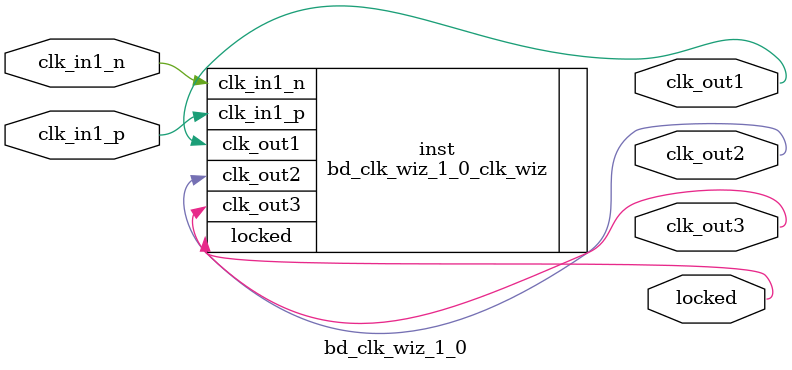
<source format=v>


`timescale 1ps/1ps

(* CORE_GENERATION_INFO = "bd_clk_wiz_1_0,clk_wiz_v6_0_6_0_0,{component_name=bd_clk_wiz_1_0,use_phase_alignment=true,use_min_o_jitter=false,use_max_i_jitter=false,use_dyn_phase_shift=false,use_inclk_switchover=false,use_dyn_reconfig=false,enable_axi=0,feedback_source=FDBK_AUTO,PRIMITIVE=MMCM,num_out_clk=3,clkin1_period=3.333,clkin2_period=10.0,use_power_down=false,use_reset=false,use_locked=true,use_inclk_stopped=false,feedback_type=SINGLE,CLOCK_MGR_TYPE=NA,manual_override=false}" *)

module bd_clk_wiz_1_0 
 (
  // Clock out ports
  output        clk_out1,
  output        clk_out2,
  output        clk_out3,
  // Status and control signals
  output        locked,
 // Clock in ports
  input         clk_in1_p,
  input         clk_in1_n
 );

  bd_clk_wiz_1_0_clk_wiz inst
  (
  // Clock out ports  
  .clk_out1(clk_out1),
  .clk_out2(clk_out2),
  .clk_out3(clk_out3),
  // Status and control signals               
  .locked(locked),
 // Clock in ports
  .clk_in1_p(clk_in1_p),
  .clk_in1_n(clk_in1_n)
  );

endmodule

</source>
